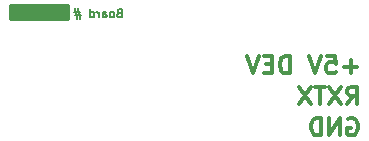
<source format=gbo>
G04 #@! TF.FileFunction,Legend,Bot*
%FSLAX46Y46*%
G04 Gerber Fmt 4.6, Leading zero omitted, Abs format (unit mm)*
G04 Created by KiCad (PCBNEW (2016-07-14 BZR 6980)-product) date Saturday, 27 August 2016 'PMt' 16:46:13*
%MOMM*%
%LPD*%
G01*
G04 APERTURE LIST*
%ADD10C,0.150000*%
%ADD11C,0.175000*%
%ADD12C,0.375000*%
%ADD13C,0.254000*%
%ADD14R,1.727200X2.032000*%
%ADD15O,1.727200X2.032000*%
%ADD16C,1.250000*%
%ADD17C,1.550000*%
%ADD18R,2.032000X1.727200*%
%ADD19O,2.032000X1.727200*%
G04 APERTURE END LIST*
D10*
D11*
X161733333Y-81950000D02*
X161633333Y-81983333D01*
X161600000Y-82016666D01*
X161566666Y-82083333D01*
X161566666Y-82183333D01*
X161600000Y-82250000D01*
X161633333Y-82283333D01*
X161700000Y-82316666D01*
X161966666Y-82316666D01*
X161966666Y-81616666D01*
X161733333Y-81616666D01*
X161666666Y-81650000D01*
X161633333Y-81683333D01*
X161600000Y-81750000D01*
X161600000Y-81816666D01*
X161633333Y-81883333D01*
X161666666Y-81916666D01*
X161733333Y-81950000D01*
X161966666Y-81950000D01*
X161166666Y-82316666D02*
X161233333Y-82283333D01*
X161266666Y-82250000D01*
X161300000Y-82183333D01*
X161300000Y-81983333D01*
X161266666Y-81916666D01*
X161233333Y-81883333D01*
X161166666Y-81850000D01*
X161066666Y-81850000D01*
X161000000Y-81883333D01*
X160966666Y-81916666D01*
X160933333Y-81983333D01*
X160933333Y-82183333D01*
X160966666Y-82250000D01*
X161000000Y-82283333D01*
X161066666Y-82316666D01*
X161166666Y-82316666D01*
X160333333Y-82316666D02*
X160333333Y-81950000D01*
X160366666Y-81883333D01*
X160433333Y-81850000D01*
X160566666Y-81850000D01*
X160633333Y-81883333D01*
X160333333Y-82283333D02*
X160400000Y-82316666D01*
X160566666Y-82316666D01*
X160633333Y-82283333D01*
X160666666Y-82216666D01*
X160666666Y-82150000D01*
X160633333Y-82083333D01*
X160566666Y-82050000D01*
X160400000Y-82050000D01*
X160333333Y-82016666D01*
X160000000Y-82316666D02*
X160000000Y-81850000D01*
X160000000Y-81983333D02*
X159966666Y-81916666D01*
X159933333Y-81883333D01*
X159866666Y-81850000D01*
X159800000Y-81850000D01*
X159266666Y-82316666D02*
X159266666Y-81616666D01*
X159266666Y-82283333D02*
X159333333Y-82316666D01*
X159466666Y-82316666D01*
X159533333Y-82283333D01*
X159566666Y-82250000D01*
X159600000Y-82183333D01*
X159600000Y-81983333D01*
X159566666Y-81916666D01*
X159533333Y-81883333D01*
X159466666Y-81850000D01*
X159333333Y-81850000D01*
X159266666Y-81883333D01*
X158433333Y-81850000D02*
X157933333Y-81850000D01*
X158233333Y-81550000D02*
X158433333Y-82450000D01*
X158000000Y-82150000D02*
X158500000Y-82150000D01*
X158200000Y-82450000D02*
X158000000Y-81550000D01*
D12*
X181899107Y-86482142D02*
X180756250Y-86482142D01*
X181327678Y-87053571D02*
X181327678Y-85910714D01*
X179327678Y-85553571D02*
X180041964Y-85553571D01*
X180113392Y-86267857D01*
X180041964Y-86196428D01*
X179899107Y-86125000D01*
X179541964Y-86125000D01*
X179399107Y-86196428D01*
X179327678Y-86267857D01*
X179256250Y-86410714D01*
X179256250Y-86767857D01*
X179327678Y-86910714D01*
X179399107Y-86982142D01*
X179541964Y-87053571D01*
X179899107Y-87053571D01*
X180041964Y-86982142D01*
X180113392Y-86910714D01*
X178827678Y-85553571D02*
X178327678Y-87053571D01*
X177827678Y-85553571D01*
X176184821Y-87053571D02*
X176184821Y-85553571D01*
X175827678Y-85553571D01*
X175613392Y-85625000D01*
X175470535Y-85767857D01*
X175399107Y-85910714D01*
X175327678Y-86196428D01*
X175327678Y-86410714D01*
X175399107Y-86696428D01*
X175470535Y-86839285D01*
X175613392Y-86982142D01*
X175827678Y-87053571D01*
X176184821Y-87053571D01*
X174684821Y-86267857D02*
X174184821Y-86267857D01*
X173970535Y-87053571D02*
X174684821Y-87053571D01*
X174684821Y-85553571D01*
X173970535Y-85553571D01*
X173541964Y-85553571D02*
X173041964Y-87053571D01*
X172541964Y-85553571D01*
X181041964Y-89678571D02*
X181541964Y-88964285D01*
X181899107Y-89678571D02*
X181899107Y-88178571D01*
X181327678Y-88178571D01*
X181184821Y-88250000D01*
X181113392Y-88321428D01*
X181041964Y-88464285D01*
X181041964Y-88678571D01*
X181113392Y-88821428D01*
X181184821Y-88892857D01*
X181327678Y-88964285D01*
X181899107Y-88964285D01*
X180541964Y-88178571D02*
X179541964Y-89678571D01*
X179541964Y-88178571D02*
X180541964Y-89678571D01*
X179184821Y-88178571D02*
X178327678Y-88178571D01*
X178756250Y-89678571D02*
X178756250Y-88178571D01*
X177970535Y-88178571D02*
X176970535Y-89678571D01*
X176970535Y-88178571D02*
X177970535Y-89678571D01*
X181113392Y-90875000D02*
X181256250Y-90803571D01*
X181470535Y-90803571D01*
X181684821Y-90875000D01*
X181827678Y-91017857D01*
X181899107Y-91160714D01*
X181970535Y-91446428D01*
X181970535Y-91660714D01*
X181899107Y-91946428D01*
X181827678Y-92089285D01*
X181684821Y-92232142D01*
X181470535Y-92303571D01*
X181327678Y-92303571D01*
X181113392Y-92232142D01*
X181041964Y-92160714D01*
X181041964Y-91660714D01*
X181327678Y-91660714D01*
X180399107Y-92303571D02*
X180399107Y-90803571D01*
X179541964Y-92303571D01*
X179541964Y-90803571D01*
X178827678Y-92303571D02*
X178827678Y-90803571D01*
X178470535Y-90803571D01*
X178256250Y-90875000D01*
X178113392Y-91017857D01*
X178041964Y-91160714D01*
X177970535Y-91446428D01*
X177970535Y-91660714D01*
X178041964Y-91946428D01*
X178113392Y-92089285D01*
X178256250Y-92232142D01*
X178470535Y-92303571D01*
X178827678Y-92303571D01*
D13*
G36*
X157373000Y-82473000D02*
X152519917Y-82473000D01*
X152519917Y-81227000D01*
X157373000Y-81227000D01*
X157373000Y-82473000D01*
X157373000Y-82473000D01*
G37*
X157373000Y-82473000D02*
X152519917Y-82473000D01*
X152519917Y-81227000D01*
X157373000Y-81227000D01*
X157373000Y-82473000D01*
%LPC*%
D14*
X175640000Y-81600000D03*
D15*
X173100000Y-81600000D03*
X170560000Y-81600000D03*
D16*
X151962540Y-86499100D03*
X151962540Y-91499100D03*
D17*
X149262540Y-85499100D03*
X149262540Y-92499100D03*
D18*
X184000000Y-86460000D03*
D19*
X184000000Y-89000000D03*
X184000000Y-91540000D03*
M02*

</source>
